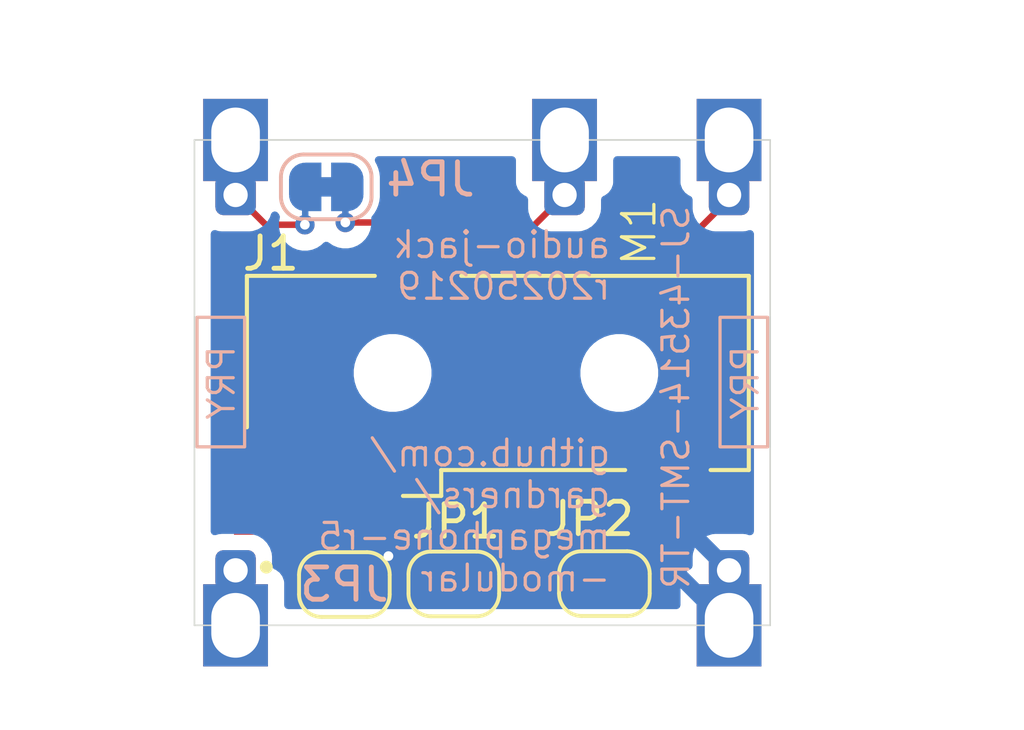
<source format=kicad_pcb>
(kicad_pcb (version 20241229) (generator "pcbnew") (generator_version "9.0")
  (layers (0 "F.Cu" signal) (2 "B.Cu" signal) (13 "F.Paste" user) (15 "B.Paste" user) (5 "F.SilkS" user "F.Silkscreen") (7 "B.SilkS" user "B.Silkscreen") (1 "F.Mask" user) (3 "B.Mask" user) (25 "Edge.Cuts" user))
  (net 0 "")
  (net 1 "Net-(JP2-B)")
  (net 2 "Net-(JP3-A)")
  (net 3 "Net-(JP1-A)")
  (net 4 "Net-(JP4-B)")
  (net 5 "RIGHT")
  (net 6 "MIC")
  (net 7 "GND")
  (net 8 "LEFT")
  (footprint "Jumper:SolderJumper-2_P1.3mm_Bridged_RoundedPad1.0x1.5mm" (layer "F.Cu") (at 42.875156 43.001969)
    (property "Reference" "JP3" (at 0 0 0) (layer "B.SilkS") (effects (justify mirror)))
    (property "Value" "Jumper_2_Bridged" (hide yes))
    (fp_poly (pts (xy 0.25 -0.3) (xy -0.25 -0.3) (xy -0.25 0.3) (xy 0.25 0.3)) (fill yes) (layer "F.Cu"))
    (fp_line (start -1.4 0.3) (end -1.4 -0.3) (stroke (width 0.12)) (layer "F.SilkS"))
    (fp_line (start -0.7 -1) (end 0.7 -1) (stroke (width 0.12)) (layer "F.SilkS"))
    (fp_line (start 0.7 1) (end -0.7 1) (stroke (width 0.12)) (layer "F.SilkS"))
    (fp_line (start 1.4 -0.3) (end 1.4 0.3) (stroke (width 0.12)) (layer "F.SilkS"))
    (fp_arc (start -1.4 -0.3) (mid -1.194975 -0.794975) (end -0.7 -1) (stroke (width 0.12)) (layer "F.SilkS"))
    (fp_arc (start -0.7 1) (mid -1.194975 0.794975) (end -1.4 0.3) (stroke (width 0.12)) (layer "F.SilkS"))
    (fp_arc (start 0.7 -1) (mid 1.194975 -0.794975) (end 1.4 -0.3) (stroke (width 0.12)) (layer "F.SilkS"))
    (fp_arc (start 1.4 0.3) (mid 1.194975 0.794975) (end 0.7 1) (stroke (width 0.12)) (layer "F.SilkS"))
    (pad "1" smd custom (at -0.65 0) (size 1 0.5) (layers "F.Cu" "F.Mask") (net 2 "Net-(JP3-A)") (options (clearance outline) (anchor rect)) (primitives (gr_circle (center 0 0.25) (end 0.5 0.25) (width 0) (fill yes)) (gr_circle (center 0 -0.25) (end 0.5 -0.25) (width 0) (fill yes)) (gr_poly (pts (xy 0.5 0.75) (xy 0 0.75) (xy 0 -0.75) (xy 0.5 -0.75)) (width 0) (fill yes))))
    (pad "2" smd custom (at 0.65 0) (size 1 0.5) (layers "F.Cu" "F.Mask") (net 7 "GND") (options (clearance outline) (anchor rect)) (primitives (gr_circle (center 0 0.25) (end 0.5 0.25) (width 0) (fill yes)) (gr_circle (center 0 -0.25) (end 0.5 -0.25) (width 0) (fill yes)) (gr_poly (pts (xy 0 0.75) (xy -0.5 0.75) (xy -0.5 -0.75) (xy 0 -0.75)) (width 0) (fill yes))))
  )
  (footprint "audio-jack:CUI_SJ-43514-SMT-TR" (layer "F.Cu") (at 40.465156 39.961969)
    (property "Reference" "J1" (at 0.14 -7.19 0) (layer "F.SilkS"))
    (property "Value" "SJ-43514-SMT-TR" (at 12.65 -2.75 90) (layer "B.SilkS") (effects (font (size 0.8 0.8) (thickness 0.1)) (justify mirror)))
    (fp_line (start -0.6 -6.5) (end -0.6 -1.82) (stroke (width 0.127)) (layer "F.SilkS"))
    (fp_line (start 3.35 -6.5) (end -0.6 -6.5) (stroke (width 0.127)) (layer "F.SilkS"))
    (fp_line (start 4.22 0.3) (end 5.4 0.3) (stroke (width 0.127)) (layer "F.SilkS"))
    (fp_line (start 5.4 -0.5) (end 11.08 -0.5) (stroke (width 0.127)) (layer "F.SilkS"))
    (fp_line (start 5.4 0.3) (end 5.4 -0.5) (stroke (width 0.127)) (layer "F.SilkS"))
    (fp_line (start 13.72 -0.5) (end 14.9 -0.5) (stroke (width 0.127)) (layer "F.SilkS"))
    (fp_line (start 14.9 -6.5) (end 6.02 -6.5) (stroke (width 0.127)) (layer "F.SilkS"))
    (fp_line (start 14.9 -0.5) (end 14.9 -6.5) (stroke (width 0.127)) (layer "F.SilkS"))
    (fp_circle (center 0 2.5) (end 0.1 2.5) (stroke (width 0.2)) (fill no) (layer "F.SilkS"))
    (pad "" np_thru_hole circle (at 3.9 -3.5) (size 1.9 1.9) (drill 1.9) (layers "*.Cu" "*.Mask"))
    (pad "" np_thru_hole circle (at 10.9 -3.5) (size 1.9 1.9) (drill 1.9) (layers "*.Cu" "*.Mask"))
    (pad "1" smd rect (at 0 0) (size 2 3) (layers "F.Cu" "F.Mask" "F.Paste") (net 2 "Net-(JP3-A)"))
    (pad "2" smd rect (at 12.4 0) (size 2 3) (layers "F.Cu" "F.Mask" "F.Paste") (net 1 "Net-(JP2-B)"))
    (pad "3" smd rect (at 4.7 -7) (size 2 3) (layers "F.Cu" "F.Mask" "F.Paste") (net 4 "Net-(JP4-B)"))
    (pad "4" smd rect (at 2.9 0) (size 2 3) (layers "F.Cu" "F.Mask" "F.Paste") (net 3 "Net-(JP1-A)"))
  )
  (footprint "MegaCastle:MegaCastle2x7-Module-I15.0x13.0-M8314-SPAREPAD" (layer "F.Cu") (at 47.135156 36.761969 90)
    (property "Reference" "M1" (at 4.65 4.84 90) (layer "F.SilkS") (effects (font (thickness 0.1))))
    (property "Value" "~")
    (fp_rect (start -1.984241 -7.341) (end 2.019516 -8.81) (stroke (width 0.1)) (fill no) (layer "B.SilkS"))
    (fp_rect (start -1.984241 7.341) (end 2.019516 8.81) (stroke (width 0.1)) (fill no) (layer "B.SilkS"))
    (fp_line (start 7.5 -8.89) (end 7.5 8.89) (stroke (width 0.05)) (layer "Edge.Cuts"))
    (fp_line (start -7.5 -8.89) (end 7.5 -8.89) (stroke (width 0.05)) (layer "Edge.Cuts"))
    (fp_line (start -7.5 -8.89) (end -7.5 8.89) (stroke (width 0.05)) (layer "Edge.Cuts"))
    (fp_line (start -7.5 8.89) (end 7.5 8.89) (stroke (width 0.05)) (layer "Edge.Cuts"))
    (fp_text user "PRY" (at 0 8.59 90) (layer "B.SilkS") (effects (font (size 0.8 0.8) (thickness 0.1)) (justify bottom mirror)))
    (fp_text user "PRY" (at 0 -7.59 90) (layer "B.SilkS") (effects (font (size 0.8 0.8) (thickness 0.1)) (justify bottom mirror)))
    (pad "1" thru_hole rect (at -7.5 -7.62 90) (size 2.54 2) (drill oval 2 1.5) (property pad_prop_castellated) (layers "*.Cu" "*.Mask"))
    (pad "1" thru_hole roundrect (at -5.8 -7.62 270) (size 1.25 1.25) (drill 0.75) (layers "*.Cu" "*.Mask") (roundrect_rratio 0.2))
    (pad "7" thru_hole rect (at -7.5 7.62 90) (size 2.54 2) (drill oval 2 1.5) (property pad_prop_castellated) (layers "*.Cu" "*.Mask") (net 7 "GND"))
    (pad "7" thru_hole roundrect (at -5.8 7.62 270) (size 1.25 1.25) (drill 0.75) (layers "*.Cu" "*.Mask") (roundrect_rratio 0.2) (net 7 "GND"))
    (pad "8" thru_hole roundrect (at 5.8 -7.62 270) (size 1.25 1.25) (drill 0.75) (layers "*.Cu" "*.Mask") (roundrect_rratio 0.2) (net 8 "LEFT"))
    (pad "8" thru_hole rect (at 7.5 -7.62 90) (size 2.54 2) (drill oval 2 1.5) (property pad_prop_castellated) (layers "*.Cu" "*.Mask") (net 8 "LEFT"))
    (pad "12" thru_hole roundrect (at 5.8 2.54 270) (size 1.25 1.25) (drill 0.75) (layers "*.Cu" "*.Mask") (roundrect_rratio 0.2) (net 6 "MIC"))
    (pad "12" thru_hole rect (at 7.5 2.54 90) (size 2.54 2) (drill oval 2 1.5) (property pad_prop_castellated) (layers "*.Cu" "*.Mask") (net 6 "MIC"))
    (pad "14" thru_hole roundrect (at 5.8 7.62 270) (size 1.25 1.25) (drill 0.75) (layers "*.Cu" "*.Mask") (roundrect_rratio 0.2) (net 5 "RIGHT"))
    (pad "14" thru_hole rect (at 7.5 7.62 90) (size 2.54 2) (drill oval 2 1.5) (property pad_prop_castellated) (layers "*.Cu" "*.Mask") (net 5 "RIGHT"))
  )
  (footprint "Jumper:SolderJumper-2_P1.3mm_Bridged_RoundedPad1.0x1.5mm" (layer "F.Cu") (at 50.905156 42.971969)
    (property "Reference" "JP2" (at -0.45 -2 0) (layer "F.SilkS"))
    (property "Value" "Jumper_2_Bridged" (hide yes))
    (fp_poly (pts (xy 0.25 -0.3) (xy -0.25 -0.3) (xy -0.25 0.3) (xy 0.25 0.3)) (fill yes) (layer "F.Cu"))
    (fp_line (start -1.4 0.3) (end -1.4 -0.3) (stroke (width 0.12)) (layer "F.SilkS"))
    (fp_line (start -0.7 -1) (end 0.7 -1) (stroke (width 0.12)) (layer "F.SilkS"))
    (fp_line (start 0.7 1) (end -0.7 1) (stroke (width 0.12)) (layer "F.SilkS"))
    (fp_line (start 1.4 -0.3) (end 1.4 0.3) (stroke (width 0.12)) (layer "F.SilkS"))
    (fp_arc (start -1.4 -0.3) (mid -1.194975 -0.794975) (end -0.7 -1) (stroke (width 0.12)) (layer "F.SilkS"))
    (fp_arc (start -0.7 1) (mid -1.194975 0.794975) (end -1.4 0.3) (stroke (width 0.12)) (layer "F.SilkS"))
    (fp_arc (start 0.7 -1) (mid 1.194975 -0.794975) (end 1.4 -0.3) (stroke (width 0.12)) (layer "F.SilkS"))
    (fp_arc (start 1.4 0.3) (mid 1.194975 0.794975) (end 0.7 1) (stroke (width 0.12)) (layer "F.SilkS"))
    (pad "1" smd custom (at -0.65 0) (size 1 0.5) (layers "F.Cu" "F.Mask") (net 5 "RIGHT") (options (clearance outline) (anchor rect)) (primitives (gr_circle (center 0 0.25) (end 0.5 0.25) (width 0) (fill yes)) (gr_circle (center 0 -0.25) (end 0.5 -0.25) (width 0) (fill yes)) (gr_poly (pts (xy 0.5 0.75) (xy 0 0.75) (xy 0 -0.75) (xy 0.5 -0.75)) (width 0) (fill yes))))
    (pad "2" smd custom (at 0.65 0) (size 1 0.5) (layers "F.Cu" "F.Mask") (net 1 "Net-(JP2-B)") (options (clearance outline) (anchor rect)) (primitives (gr_circle (center 0 0.25) (end 0.5 0.25) (width 0) (fill yes)) (gr_circle (center 0 -0.25) (end 0.5 -0.25) (width 0) (fill yes)) (gr_poly (pts (xy 0 0.75) (xy -0.5 0.75) (xy -0.5 -0.75) (xy 0 -0.75)) (width 0) (fill yes))))
  )
  (footprint "Jumper:SolderJumper-2_P1.3mm_Bridged_RoundedPad1.0x1.5mm" (layer "F.Cu") (at 46.255156 42.981969)
    (property "Reference" "JP1" (at 0.06 -1.93 0) (layer "F.SilkS"))
    (property "Value" "Jumper_2_Bridged" (hide yes))
    (fp_poly (pts (xy 0.25 -0.3) (xy -0.25 -0.3) (xy -0.25 0.3) (xy 0.25 0.3)) (fill yes) (layer "F.Cu"))
    (fp_line (start -1.4 0.3) (end -1.4 -0.3) (stroke (width 0.12)) (layer "F.SilkS"))
    (fp_line (start -0.7 -1) (end 0.7 -1) (stroke (width 0.12)) (layer "F.SilkS"))
    (fp_line (start 0.7 1) (end -0.7 1) (stroke (width 0.12)) (layer "F.SilkS"))
    (fp_line (start 1.4 -0.3) (end 1.4 0.3) (stroke (width 0.12)) (layer "F.SilkS"))
    (fp_arc (start -1.4 -0.3) (mid -1.194975 -0.794975) (end -0.7 -1) (stroke (width 0.12)) (layer "F.SilkS"))
    (fp_arc (start -0.7 1) (mid -1.194975 0.794975) (end -1.4 0.3) (stroke (width 0.12)) (layer "F.SilkS"))
    (fp_arc (start 0.7 -1) (mid 1.194975 -0.794975) (end 1.4 -0.3) (stroke (width 0.12)) (layer "F.SilkS"))
    (fp_arc (start 1.4 0.3) (mid 1.194975 0.794975) (end 0.7 1) (stroke (width 0.12)) (layer "F.SilkS"))
    (pad "1" smd custom (at -0.65 0) (size 1 0.5) (layers "F.Cu" "F.Mask") (net 3 "Net-(JP1-A)") (options (clearance outline) (anchor rect)) (primitives (gr_circle (center 0 0.25) (end 0.5 0.25) (width 0) (fill yes)) (gr_circle (center 0 -0.25) (end 0.5 -0.25) (width 0) (fill yes)) (gr_poly (pts (xy 0.5 0.75) (xy 0 0.75) (xy 0 -0.75) (xy 0.5 -0.75)) (width 0) (fill yes))))
    (pad "2" smd custom (at 0.65 0) (size 1 0.5) (layers "F.Cu" "F.Mask") (net 6 "MIC") (options (clearance outline) (anchor rect)) (primitives (gr_circle (center 0 0.25) (end 0.5 0.25) (width 0) (fill yes)) (gr_circle (center 0 -0.25) (end 0.5 -0.25) (width 0) (fill yes)) (gr_poly (pts (xy 0 0.75) (xy -0.5 0.75) (xy -0.5 -0.75) (xy 0 -0.75)) (width 0) (fill yes))))
  )
  (footprint "Jumper:SolderJumper-2_P1.3mm_Bridged_RoundedPad1.0x1.5mm" (layer "B.Cu") (at 42.315156 30.711969)
    (property "Reference" "JP4" (at 3.22 -0.23 180) (layer "B.SilkS") (effects (justify mirror)))
    (property "Value" "Jumper_2_Bridged" (hide yes))
    (fp_poly (pts (xy 0.25 0.3) (xy -0.25 0.3) (xy -0.25 -0.3) (xy 0.25 -0.3)) (fill yes) (layer "B.Cu"))
    (fp_line (start -1.4 -0.3) (end -1.4 0.3) (stroke (width 0.12)) (layer "B.SilkS"))
    (fp_line (start -0.7 1) (end 0.7 1) (stroke (width 0.12)) (layer "B.SilkS"))
    (fp_line (start 0.7 -1) (end -0.7 -1) (stroke (width 0.12)) (layer "B.SilkS"))
    (fp_line (start 1.4 0.3) (end 1.4 -0.3) (stroke (width 0.12)) (layer "B.SilkS"))
    (fp_arc (start -1.4 -0.3) (mid -1.194975 -0.794975) (end -0.7 -1) (stroke (width 0.12)) (layer "B.SilkS"))
    (fp_arc (start -0.7 1) (mid -1.194975 0.794975) (end -1.4 0.3) (stroke (width 0.12)) (layer "B.SilkS"))
    (fp_arc (start 0.7 -1) (mid 1.194975 -0.794975) (end 1.4 -0.3) (stroke (width 0.12)) (layer "B.SilkS"))
    (fp_arc (start 1.4 0.3) (mid 1.194975 0.794975) (end 0.7 1) (stroke (width 0.12)) (layer "B.SilkS"))
    (pad "1" smd custom (at -0.65 0) (size 1 0.5) (layers "B.Cu" "B.Mask") (net 8 "LEFT") (options (clearance outline) (anchor rect)) (primitives (gr_circle (center 0 -0.25) (end 0.5 -0.25) (width 0) (fill yes)) (gr_circle (center 0 0.25) (end 0.5 0.25) (width 0) (fill yes)) (gr_poly (pts (xy 0.5 -0.75) (xy 0 -0.75) (xy 0 0.75) (xy 0.5 0.75)) (width 0) (fill yes))))
    (pad "2" smd custom (at 0.65 0) (size 1 0.5) (layers "B.Cu" "B.Mask") (net 4 "Net-(JP4-B)") (options (clearance outline) (anchor rect)) (primitives (gr_circle (center 0 -0.25) (end 0.5 -0.25) (width 0) (fill yes)) (gr_circle (center 0 0.25) (end 0.5 0.25) (width 0) (fill yes)) (gr_poly (pts (xy 0 -0.75) (xy -0.5 -0.75) (xy -0.5 0.75) (xy 0 0.75)) (width 0) (fill yes))))
  )
  (gr_text "audio-jack\nr20250219\n\n\n\ngithub.com/\ngardners/\nmegaphone-r5\n-modular" (at 51.155156 43.271969 0) (layer "B.SilkS") (effects (font (size 0.8 0.8) (thickness 0.1)) (justify left bottom mirror)))
  (segment (start 51.555156 42.971969) (end 51.555156 41.271969) (width 0.2) (layer "F.Cu") (net 1))
  (segment (start 51.555156 41.271969) (end 52.865156 39.961969) (width 0.2) (layer "F.Cu") (net 1))
  (segment (start 42.225156 43.001969) (end 42.225156 42.681969) (width 0.2) (layer "F.Cu") (net 2))
  (segment (start 40.465156 40.921969) (end 40.465156 39.961969) (width 0.2) (layer "F.Cu") (net 2))
  (segment (start 42.225156 42.681969) (end 40.465156 40.921969) (width 0.2) (layer "F.Cu") (net 2))
  (segment (start 43.365156 39.961969) (end 45.605156 42.201969) (width 0.2) (layer "F.Cu") (net 3))
  (segment (start 45.605156 42.201969) (end 45.605156 42.981969) (width 0.2) (layer "F.Cu") (net 3))
  (segment (start 44.015156 31.811969) (end 42.905156 31.811969) (width 0.2) (layer "F.Cu") (net 4))
  (segment (start 45.165156 32.961969) (end 44.015156 31.811969) (width 0.2) (layer "F.Cu") (net 4))
  (via (at 42.905156 31.811969) (size 0.6) (drill 0.3) (layers "F.Cu" "B.Cu") (net 4))
  (segment (start 42.905156 30.771969) (end 42.965156 30.711969) (width 0.2) (layer "B.Cu") (net 4))
  (segment (start 42.905156 31.811969) (end 42.905156 30.771969) (width 0.2) (layer "B.Cu") (net 4))
  (segment (start 48.745156 35.861969) (end 48.745156 38.491969) (width 0.2) (layer "F.Cu") (net 5))
  (segment (start 54.755156 30.961969) (end 54.755156 31.081969) (width 0.2) (layer "F.Cu") (net 5))
  (segment (start 51.815156 34.021969) (end 50.585156 34.021969) (width 0.2) (layer "F.Cu") (net 5))
  (segment (start 54.755156 31.081969) (end 51.815156 34.021969) (width 0.2) (layer "F.Cu") (net 5))
  (segment (start 50.295156 40.041969) (end 50.295156 42.931969) (width 0.2) (layer "F.Cu") (net 5))
  (segment (start 50.585156 34.021969) (end 48.745156 35.861969) (width 0.2) (layer "F.Cu") (net 5))
  (segment (start 50.295156 42.931969) (end 50.255156 42.971969) (width 0.2) (layer "F.Cu") (net 5))
  (segment (start 48.745156 38.491969) (end 50.295156 40.041969) (width 0.2) (layer "F.Cu") (net 5))
  (segment (start 46.905156 42.981969) (end 46.905156 33.731969) (width 0.2) (layer "F.Cu") (net 6))
  (segment (start 46.905156 33.731969) (end 49.675156 30.961969) (width 0.2) (layer "F.Cu") (net 6))
  (segment (start 43.525156 43.001969) (end 44.235156 42.291969) (width 0.2) (layer "F.Cu") (net 7))
  (segment (start 44.235156 42.291969) (end 44.235156 42.121969) (width 0.2) (layer "F.Cu") (net 7))
  (via (at 44.235156 42.121969) (size 0.6) (drill 0.3) (layers "F.Cu" "B.Cu") (net 7))
  (segment (start 41.655156 31.881969) (end 40.445156 31.881969) (width 0.2) (layer "F.Cu") (net 8))
  (segment (start 40.445156 31.881969) (end 39.525156 30.961969) (width 0.2) (layer "F.Cu") (net 8))
  (segment (start 39.525156 30.961969) (end 39.515156 30.961969) (width 0.2) (layer "F.Cu") (net 8))
  (via (at 41.655156 31.881969) (size 0.6) (drill 0.3) (layers "F.Cu" "B.Cu") (net 8))
  (segment (start 41.665156 30.711969) (end 41.665156 31.871969) (width 0.2) (layer "B.Cu") (net 8))
  (segment (start 41.665156 31.871969) (end 41.655156 31.881969) (width 0.2) (layer "B.Cu") (net 8))
  (zone (net 7) (net_name "GND") (layer "B.Cu") (connect_pads (clearance 0.5)) (min_thickness 0.25) (fill yes (thermal_gap 0.5) (thermal_bridge_width 0.5))
    (polygon (pts (xy 32.415156 24.936969) (xy 32.240156 47.411969) (xy 63.865156 47.511969) (xy 63.590156 24.986969)))
  )
)
</source>
